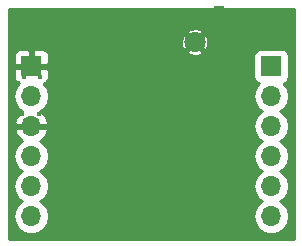
<source format=gbl>
G04 #@! TF.GenerationSoftware,KiCad,Pcbnew,(5.0.1)-3*
G04 #@! TF.CreationDate,2018-12-06T00:17:23+01:00*
G04 #@! TF.ProjectId,air602bob,616972363032626F622E6B696361645F,rev?*
G04 #@! TF.SameCoordinates,Original*
G04 #@! TF.FileFunction,Copper,L2,Bot,Signal*
G04 #@! TF.FilePolarity,Positive*
%FSLAX46Y46*%
G04 Gerber Fmt 4.6, Leading zero omitted, Abs format (unit mm)*
G04 Created by KiCad (PCBNEW (5.0.1)-3) date 06/12/2018 00:17:23*
%MOMM*%
%LPD*%
G01*
G04 APERTURE LIST*
G04 #@! TA.AperFunction,ConnectorPad*
%ADD10C,1.800000*%
G04 #@! TD*
G04 #@! TA.AperFunction,ComponentPad*
%ADD11O,1.700000X1.700000*%
G04 #@! TD*
G04 #@! TA.AperFunction,ComponentPad*
%ADD12R,1.700000X1.700000*%
G04 #@! TD*
G04 #@! TA.AperFunction,ViaPad*
%ADD13R,0.900000X0.500000*%
G04 #@! TD*
G04 #@! TA.AperFunction,ViaPad*
%ADD14C,0.450000*%
G04 #@! TD*
G04 #@! TA.AperFunction,ViaPad*
%ADD15C,0.500000*%
G04 #@! TD*
G04 #@! TA.AperFunction,Conductor*
%ADD16C,0.400000*%
G04 #@! TD*
G04 #@! TA.AperFunction,Conductor*
%ADD17C,0.254000*%
G04 #@! TD*
G04 APERTURE END LIST*
D10*
G04 #@! TO.P,XA2,2*
G04 #@! TO.N,GND*
X77343000Y-90678000D03*
G04 #@! TD*
D11*
G04 #@! TO.P,J2,6*
G04 #@! TO.N,Net-(J2-Pad6)*
X63500000Y-105410000D03*
G04 #@! TO.P,J2,5*
G04 #@! TO.N,Net-(J2-Pad5)*
X63500000Y-102870000D03*
G04 #@! TO.P,J2,4*
G04 #@! TO.N,/VCC*
X63500000Y-100330000D03*
G04 #@! TO.P,J2,3*
G04 #@! TO.N,GND*
X63500000Y-97790000D03*
G04 #@! TO.P,J2,2*
G04 #@! TO.N,Net-(J2-Pad2)*
X63500000Y-95250000D03*
D12*
G04 #@! TO.P,J2,1*
G04 #@! TO.N,GND*
X63500000Y-92710000D03*
G04 #@! TD*
G04 #@! TO.P,J1,1*
G04 #@! TO.N,Net-(J1-Pad1)*
X83820000Y-92710000D03*
D11*
G04 #@! TO.P,J1,2*
G04 #@! TO.N,Net-(J1-Pad2)*
X83820000Y-95250000D03*
G04 #@! TO.P,J1,3*
G04 #@! TO.N,Net-(J1-Pad3)*
X83820000Y-97790000D03*
G04 #@! TO.P,J1,4*
G04 #@! TO.N,Net-(J1-Pad4)*
X83820000Y-100330000D03*
G04 #@! TO.P,J1,5*
G04 #@! TO.N,Net-(J1-Pad5)*
X83820000Y-102870000D03*
G04 #@! TO.P,J1,6*
G04 #@! TO.N,Net-(J1-Pad6)*
X83820000Y-105410000D03*
G04 #@! TD*
D13*
G04 #@! TO.N,GND*
G04 #@! TO.C,ANT1*
X79443000Y-87830000D03*
G04 #@! TD*
D14*
G04 #@! TO.N,GND*
X61849000Y-88773000D03*
X66017000Y-88773000D03*
X69677000Y-88773000D03*
X73337000Y-88773000D03*
X85460000Y-88773000D03*
X61849000Y-92373000D03*
X85460000Y-92373000D03*
X73337000Y-95973000D03*
X76997000Y-95973000D03*
X85460000Y-95973000D03*
X61849000Y-99573000D03*
X66017000Y-99573000D03*
X69677000Y-99573000D03*
X73337000Y-99573000D03*
X76997000Y-99573000D03*
X85460000Y-99573000D03*
X61849000Y-103173000D03*
X73337000Y-103173000D03*
X76997000Y-103173000D03*
X85460000Y-103173000D03*
X61849000Y-106773000D03*
X66017000Y-106773000D03*
X69677000Y-106773000D03*
X73337000Y-106773000D03*
X76997000Y-106773000D03*
X80657000Y-106773000D03*
X85460000Y-106773000D03*
X85460000Y-101395000D03*
X85460000Y-104995000D03*
X85460000Y-97795000D03*
X85460000Y-94195000D03*
X85460000Y-90595000D03*
X64389000Y-106807000D03*
X75115000Y-106773000D03*
X82931000Y-106773000D03*
X78775000Y-106773000D03*
X67795000Y-106773000D03*
X71455000Y-106773000D03*
X61849000Y-104995000D03*
X61849000Y-97795000D03*
X61849000Y-101395000D03*
X61849000Y-90595000D03*
X67899000Y-88773000D03*
X71559000Y-88773000D03*
X64239000Y-88773000D03*
X81858000Y-88773000D03*
X83740000Y-88773000D03*
X64262000Y-90551000D03*
X67564000Y-94234000D03*
X75311000Y-97790000D03*
X75311000Y-101346000D03*
X70866000Y-101219000D03*
X70866000Y-104775000D03*
X75311000Y-104775000D03*
X75311000Y-94742000D03*
X82804000Y-90551000D03*
D15*
X72390000Y-90170000D03*
X73406000Y-90170000D03*
X74422000Y-90170000D03*
X75565000Y-90170000D03*
X76073000Y-89281000D03*
X76073000Y-88265000D03*
X78613000Y-88265000D03*
X78613000Y-89154000D03*
X79629000Y-89154000D03*
X80518000Y-89916000D03*
X79756000Y-90932000D03*
X78867000Y-90932000D03*
X78867000Y-91948000D03*
X79756000Y-91948000D03*
X77724000Y-92710000D03*
X76708000Y-92710000D03*
X75438000Y-92710000D03*
X74549000Y-92710000D03*
X73660000Y-92710000D03*
D14*
X69215000Y-98552000D03*
X68072000Y-98552000D03*
X66929000Y-98552000D03*
X65913000Y-98044000D03*
X65278000Y-97409000D03*
X62738000Y-96774000D03*
X62103000Y-96012000D03*
X61849000Y-94996000D03*
X62357000Y-94107000D03*
X62865000Y-93599000D03*
X64262000Y-93599000D03*
D15*
X71374000Y-90170000D03*
X70358000Y-90170000D03*
X69342000Y-90170000D03*
X68326000Y-90170000D03*
D14*
X70104000Y-98171000D03*
X70358000Y-97282000D03*
X70104000Y-96520000D03*
X69215000Y-96012000D03*
X68326000Y-96012000D03*
X67564000Y-96012000D03*
X67564000Y-95123000D03*
X70866000Y-94742000D03*
X72009000Y-97790000D03*
X67564000Y-93345000D03*
X68072000Y-92710000D03*
X69088000Y-92710000D03*
X70104000Y-92710000D03*
X71247000Y-92710000D03*
X72263000Y-92710000D03*
D15*
X66548000Y-90678000D03*
X65913000Y-91313000D03*
X65278000Y-91948000D03*
X65024000Y-92964000D03*
X65024000Y-93980000D03*
X65024000Y-96520000D03*
X67437000Y-90170000D03*
D14*
X64135000Y-96774000D03*
G04 #@! TD*
D16*
G04 #@! TO.N,GND*
X78617001Y-91562999D02*
X78486000Y-91694000D01*
X78867000Y-91948000D02*
X78486000Y-91567000D01*
X78232000Y-91567000D02*
X77769981Y-91104981D01*
X78486000Y-91567000D02*
X78232000Y-91567000D01*
G04 #@! TD*
D17*
G04 #@! TO.N,GND*
G36*
X85717501Y-107307500D02*
X61602500Y-107307500D01*
X61602500Y-100330000D01*
X61985908Y-100330000D01*
X62101161Y-100909418D01*
X62429375Y-101400625D01*
X62727761Y-101600000D01*
X62429375Y-101799375D01*
X62101161Y-102290582D01*
X61985908Y-102870000D01*
X62101161Y-103449418D01*
X62429375Y-103940625D01*
X62727761Y-104140000D01*
X62429375Y-104339375D01*
X62101161Y-104830582D01*
X61985908Y-105410000D01*
X62101161Y-105989418D01*
X62429375Y-106480625D01*
X62920582Y-106808839D01*
X63353744Y-106895000D01*
X63646256Y-106895000D01*
X64079418Y-106808839D01*
X64570625Y-106480625D01*
X64898839Y-105989418D01*
X65014092Y-105410000D01*
X64898839Y-104830582D01*
X64570625Y-104339375D01*
X64272239Y-104140000D01*
X64570625Y-103940625D01*
X64898839Y-103449418D01*
X65014092Y-102870000D01*
X64898839Y-102290582D01*
X64570625Y-101799375D01*
X64272239Y-101600000D01*
X64570625Y-101400625D01*
X64898839Y-100909418D01*
X65014092Y-100330000D01*
X64898839Y-99750582D01*
X64570625Y-99259375D01*
X64251522Y-99046157D01*
X64381358Y-98985183D01*
X64771645Y-98556924D01*
X64941476Y-98146890D01*
X64820155Y-97917000D01*
X63627000Y-97917000D01*
X63627000Y-97937000D01*
X63373000Y-97937000D01*
X63373000Y-97917000D01*
X62179845Y-97917000D01*
X62058524Y-98146890D01*
X62228355Y-98556924D01*
X62618642Y-98985183D01*
X62748478Y-99046157D01*
X62429375Y-99259375D01*
X62101161Y-99750582D01*
X61985908Y-100330000D01*
X61602500Y-100330000D01*
X61602500Y-95250000D01*
X61985908Y-95250000D01*
X62101161Y-95829418D01*
X62429375Y-96320625D01*
X62748478Y-96533843D01*
X62618642Y-96594817D01*
X62228355Y-97023076D01*
X62058524Y-97433110D01*
X62179845Y-97663000D01*
X63373000Y-97663000D01*
X63373000Y-97643000D01*
X63627000Y-97643000D01*
X63627000Y-97663000D01*
X64820155Y-97663000D01*
X64941476Y-97433110D01*
X64771645Y-97023076D01*
X64381358Y-96594817D01*
X64251522Y-96533843D01*
X64570625Y-96320625D01*
X64898839Y-95829418D01*
X65014092Y-95250000D01*
X82305908Y-95250000D01*
X82421161Y-95829418D01*
X82749375Y-96320625D01*
X83047761Y-96520000D01*
X82749375Y-96719375D01*
X82421161Y-97210582D01*
X82305908Y-97790000D01*
X82421161Y-98369418D01*
X82749375Y-98860625D01*
X83047761Y-99060000D01*
X82749375Y-99259375D01*
X82421161Y-99750582D01*
X82305908Y-100330000D01*
X82421161Y-100909418D01*
X82749375Y-101400625D01*
X83047761Y-101600000D01*
X82749375Y-101799375D01*
X82421161Y-102290582D01*
X82305908Y-102870000D01*
X82421161Y-103449418D01*
X82749375Y-103940625D01*
X83047761Y-104140000D01*
X82749375Y-104339375D01*
X82421161Y-104830582D01*
X82305908Y-105410000D01*
X82421161Y-105989418D01*
X82749375Y-106480625D01*
X83240582Y-106808839D01*
X83673744Y-106895000D01*
X83966256Y-106895000D01*
X84399418Y-106808839D01*
X84890625Y-106480625D01*
X85218839Y-105989418D01*
X85334092Y-105410000D01*
X85218839Y-104830582D01*
X84890625Y-104339375D01*
X84592239Y-104140000D01*
X84890625Y-103940625D01*
X85218839Y-103449418D01*
X85334092Y-102870000D01*
X85218839Y-102290582D01*
X84890625Y-101799375D01*
X84592239Y-101600000D01*
X84890625Y-101400625D01*
X85218839Y-100909418D01*
X85334092Y-100330000D01*
X85218839Y-99750582D01*
X84890625Y-99259375D01*
X84592239Y-99060000D01*
X84890625Y-98860625D01*
X85218839Y-98369418D01*
X85334092Y-97790000D01*
X85218839Y-97210582D01*
X84890625Y-96719375D01*
X84592239Y-96520000D01*
X84890625Y-96320625D01*
X85218839Y-95829418D01*
X85334092Y-95250000D01*
X85218839Y-94670582D01*
X84890625Y-94179375D01*
X84872381Y-94167184D01*
X84917765Y-94158157D01*
X85127809Y-94017809D01*
X85268157Y-93807765D01*
X85317440Y-93560000D01*
X85317440Y-91860000D01*
X85268157Y-91612235D01*
X85127809Y-91402191D01*
X84917765Y-91261843D01*
X84670000Y-91212560D01*
X82970000Y-91212560D01*
X82722235Y-91261843D01*
X82512191Y-91402191D01*
X82371843Y-91612235D01*
X82322560Y-91860000D01*
X82322560Y-93560000D01*
X82371843Y-93807765D01*
X82512191Y-94017809D01*
X82722235Y-94158157D01*
X82767619Y-94167184D01*
X82749375Y-94179375D01*
X82421161Y-94670582D01*
X82305908Y-95250000D01*
X65014092Y-95250000D01*
X64898839Y-94670582D01*
X64570625Y-94179375D01*
X64548967Y-94164904D01*
X64709698Y-94098327D01*
X64888327Y-93919699D01*
X64985000Y-93686310D01*
X64985000Y-92995750D01*
X64826250Y-92837000D01*
X63627000Y-92837000D01*
X63627000Y-92857000D01*
X63373000Y-92857000D01*
X63373000Y-92837000D01*
X62173750Y-92837000D01*
X62015000Y-92995750D01*
X62015000Y-93686310D01*
X62111673Y-93919699D01*
X62290302Y-94098327D01*
X62451033Y-94164904D01*
X62429375Y-94179375D01*
X62101161Y-94670582D01*
X61985908Y-95250000D01*
X61602500Y-95250000D01*
X61602500Y-91733690D01*
X62015000Y-91733690D01*
X62015000Y-92424250D01*
X62173750Y-92583000D01*
X63373000Y-92583000D01*
X63373000Y-91383750D01*
X63627000Y-91383750D01*
X63627000Y-92583000D01*
X64826250Y-92583000D01*
X64985000Y-92424250D01*
X64985000Y-91733690D01*
X64888327Y-91500301D01*
X64709698Y-91321673D01*
X64476309Y-91225000D01*
X63785750Y-91225000D01*
X63627000Y-91383750D01*
X63373000Y-91383750D01*
X63214250Y-91225000D01*
X62523691Y-91225000D01*
X62290302Y-91321673D01*
X62111673Y-91500301D01*
X62015000Y-91733690D01*
X61602500Y-91733690D01*
X61602500Y-90528421D01*
X76175939Y-90528421D01*
X76207534Y-90986422D01*
X76322017Y-91262807D01*
X76471251Y-91370144D01*
X76627408Y-91213987D01*
X76807013Y-91393592D01*
X76650856Y-91549749D01*
X76758193Y-91698983D01*
X77193421Y-91845061D01*
X77651422Y-91813466D01*
X77927807Y-91698983D01*
X78035144Y-91549749D01*
X77878987Y-91393592D01*
X78058592Y-91213987D01*
X78214749Y-91370144D01*
X78363983Y-91262807D01*
X78510061Y-90827579D01*
X78478466Y-90369578D01*
X78363983Y-90093193D01*
X78214749Y-89985856D01*
X78058592Y-90142013D01*
X77878987Y-89962408D01*
X78035144Y-89806251D01*
X77927807Y-89657017D01*
X77492579Y-89510939D01*
X77034578Y-89542534D01*
X76758193Y-89657017D01*
X76650856Y-89806251D01*
X76807013Y-89962408D01*
X76627408Y-90142013D01*
X76471251Y-89985856D01*
X76322017Y-90093193D01*
X76175939Y-90528421D01*
X61602500Y-90528421D01*
X61602500Y-87884000D01*
X85717500Y-87884000D01*
X85717501Y-107307500D01*
X85717501Y-107307500D01*
G37*
X85717501Y-107307500D02*
X61602500Y-107307500D01*
X61602500Y-100330000D01*
X61985908Y-100330000D01*
X62101161Y-100909418D01*
X62429375Y-101400625D01*
X62727761Y-101600000D01*
X62429375Y-101799375D01*
X62101161Y-102290582D01*
X61985908Y-102870000D01*
X62101161Y-103449418D01*
X62429375Y-103940625D01*
X62727761Y-104140000D01*
X62429375Y-104339375D01*
X62101161Y-104830582D01*
X61985908Y-105410000D01*
X62101161Y-105989418D01*
X62429375Y-106480625D01*
X62920582Y-106808839D01*
X63353744Y-106895000D01*
X63646256Y-106895000D01*
X64079418Y-106808839D01*
X64570625Y-106480625D01*
X64898839Y-105989418D01*
X65014092Y-105410000D01*
X64898839Y-104830582D01*
X64570625Y-104339375D01*
X64272239Y-104140000D01*
X64570625Y-103940625D01*
X64898839Y-103449418D01*
X65014092Y-102870000D01*
X64898839Y-102290582D01*
X64570625Y-101799375D01*
X64272239Y-101600000D01*
X64570625Y-101400625D01*
X64898839Y-100909418D01*
X65014092Y-100330000D01*
X64898839Y-99750582D01*
X64570625Y-99259375D01*
X64251522Y-99046157D01*
X64381358Y-98985183D01*
X64771645Y-98556924D01*
X64941476Y-98146890D01*
X64820155Y-97917000D01*
X63627000Y-97917000D01*
X63627000Y-97937000D01*
X63373000Y-97937000D01*
X63373000Y-97917000D01*
X62179845Y-97917000D01*
X62058524Y-98146890D01*
X62228355Y-98556924D01*
X62618642Y-98985183D01*
X62748478Y-99046157D01*
X62429375Y-99259375D01*
X62101161Y-99750582D01*
X61985908Y-100330000D01*
X61602500Y-100330000D01*
X61602500Y-95250000D01*
X61985908Y-95250000D01*
X62101161Y-95829418D01*
X62429375Y-96320625D01*
X62748478Y-96533843D01*
X62618642Y-96594817D01*
X62228355Y-97023076D01*
X62058524Y-97433110D01*
X62179845Y-97663000D01*
X63373000Y-97663000D01*
X63373000Y-97643000D01*
X63627000Y-97643000D01*
X63627000Y-97663000D01*
X64820155Y-97663000D01*
X64941476Y-97433110D01*
X64771645Y-97023076D01*
X64381358Y-96594817D01*
X64251522Y-96533843D01*
X64570625Y-96320625D01*
X64898839Y-95829418D01*
X65014092Y-95250000D01*
X82305908Y-95250000D01*
X82421161Y-95829418D01*
X82749375Y-96320625D01*
X83047761Y-96520000D01*
X82749375Y-96719375D01*
X82421161Y-97210582D01*
X82305908Y-97790000D01*
X82421161Y-98369418D01*
X82749375Y-98860625D01*
X83047761Y-99060000D01*
X82749375Y-99259375D01*
X82421161Y-99750582D01*
X82305908Y-100330000D01*
X82421161Y-100909418D01*
X82749375Y-101400625D01*
X83047761Y-101600000D01*
X82749375Y-101799375D01*
X82421161Y-102290582D01*
X82305908Y-102870000D01*
X82421161Y-103449418D01*
X82749375Y-103940625D01*
X83047761Y-104140000D01*
X82749375Y-104339375D01*
X82421161Y-104830582D01*
X82305908Y-105410000D01*
X82421161Y-105989418D01*
X82749375Y-106480625D01*
X83240582Y-106808839D01*
X83673744Y-106895000D01*
X83966256Y-106895000D01*
X84399418Y-106808839D01*
X84890625Y-106480625D01*
X85218839Y-105989418D01*
X85334092Y-105410000D01*
X85218839Y-104830582D01*
X84890625Y-104339375D01*
X84592239Y-104140000D01*
X84890625Y-103940625D01*
X85218839Y-103449418D01*
X85334092Y-102870000D01*
X85218839Y-102290582D01*
X84890625Y-101799375D01*
X84592239Y-101600000D01*
X84890625Y-101400625D01*
X85218839Y-100909418D01*
X85334092Y-100330000D01*
X85218839Y-99750582D01*
X84890625Y-99259375D01*
X84592239Y-99060000D01*
X84890625Y-98860625D01*
X85218839Y-98369418D01*
X85334092Y-97790000D01*
X85218839Y-97210582D01*
X84890625Y-96719375D01*
X84592239Y-96520000D01*
X84890625Y-96320625D01*
X85218839Y-95829418D01*
X85334092Y-95250000D01*
X85218839Y-94670582D01*
X84890625Y-94179375D01*
X84872381Y-94167184D01*
X84917765Y-94158157D01*
X85127809Y-94017809D01*
X85268157Y-93807765D01*
X85317440Y-93560000D01*
X85317440Y-91860000D01*
X85268157Y-91612235D01*
X85127809Y-91402191D01*
X84917765Y-91261843D01*
X84670000Y-91212560D01*
X82970000Y-91212560D01*
X82722235Y-91261843D01*
X82512191Y-91402191D01*
X82371843Y-91612235D01*
X82322560Y-91860000D01*
X82322560Y-93560000D01*
X82371843Y-93807765D01*
X82512191Y-94017809D01*
X82722235Y-94158157D01*
X82767619Y-94167184D01*
X82749375Y-94179375D01*
X82421161Y-94670582D01*
X82305908Y-95250000D01*
X65014092Y-95250000D01*
X64898839Y-94670582D01*
X64570625Y-94179375D01*
X64548967Y-94164904D01*
X64709698Y-94098327D01*
X64888327Y-93919699D01*
X64985000Y-93686310D01*
X64985000Y-92995750D01*
X64826250Y-92837000D01*
X63627000Y-92837000D01*
X63627000Y-92857000D01*
X63373000Y-92857000D01*
X63373000Y-92837000D01*
X62173750Y-92837000D01*
X62015000Y-92995750D01*
X62015000Y-93686310D01*
X62111673Y-93919699D01*
X62290302Y-94098327D01*
X62451033Y-94164904D01*
X62429375Y-94179375D01*
X62101161Y-94670582D01*
X61985908Y-95250000D01*
X61602500Y-95250000D01*
X61602500Y-91733690D01*
X62015000Y-91733690D01*
X62015000Y-92424250D01*
X62173750Y-92583000D01*
X63373000Y-92583000D01*
X63373000Y-91383750D01*
X63627000Y-91383750D01*
X63627000Y-92583000D01*
X64826250Y-92583000D01*
X64985000Y-92424250D01*
X64985000Y-91733690D01*
X64888327Y-91500301D01*
X64709698Y-91321673D01*
X64476309Y-91225000D01*
X63785750Y-91225000D01*
X63627000Y-91383750D01*
X63373000Y-91383750D01*
X63214250Y-91225000D01*
X62523691Y-91225000D01*
X62290302Y-91321673D01*
X62111673Y-91500301D01*
X62015000Y-91733690D01*
X61602500Y-91733690D01*
X61602500Y-90528421D01*
X76175939Y-90528421D01*
X76207534Y-90986422D01*
X76322017Y-91262807D01*
X76471251Y-91370144D01*
X76627408Y-91213987D01*
X76807013Y-91393592D01*
X76650856Y-91549749D01*
X76758193Y-91698983D01*
X77193421Y-91845061D01*
X77651422Y-91813466D01*
X77927807Y-91698983D01*
X78035144Y-91549749D01*
X77878987Y-91393592D01*
X78058592Y-91213987D01*
X78214749Y-91370144D01*
X78363983Y-91262807D01*
X78510061Y-90827579D01*
X78478466Y-90369578D01*
X78363983Y-90093193D01*
X78214749Y-89985856D01*
X78058592Y-90142013D01*
X77878987Y-89962408D01*
X78035144Y-89806251D01*
X77927807Y-89657017D01*
X77492579Y-89510939D01*
X77034578Y-89542534D01*
X76758193Y-89657017D01*
X76650856Y-89806251D01*
X76807013Y-89962408D01*
X76627408Y-90142013D01*
X76471251Y-89985856D01*
X76322017Y-90093193D01*
X76175939Y-90528421D01*
X61602500Y-90528421D01*
X61602500Y-87884000D01*
X85717500Y-87884000D01*
X85717501Y-107307500D01*
G04 #@! TD*
M02*

</source>
